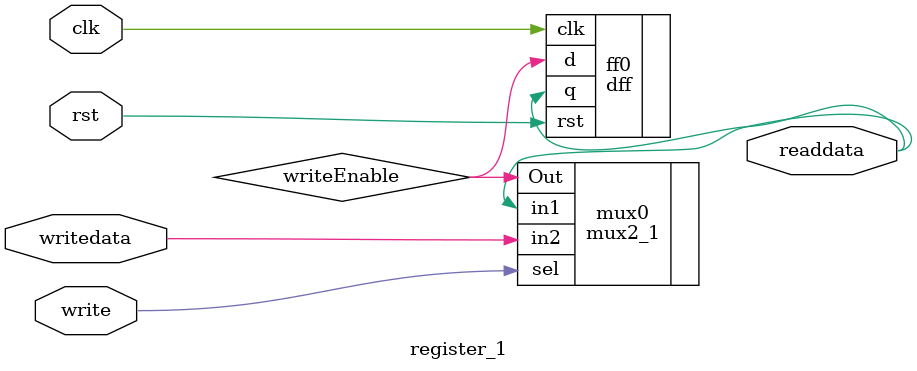
<source format=v>
module register_1(writedata, write, readdata, clk, rst);

   input writedata;
   input write, clk, rst;

   output readdata;

   wire writeEnable; 
  

   dff ff0(.q(readdata), .d(writeEnable), .clk(clk), .rst(rst));

   mux2_1 mux0(.Out(writeEnable), .in1(readdata), .in2(writedata), .sel(write));

endmodule

</source>
